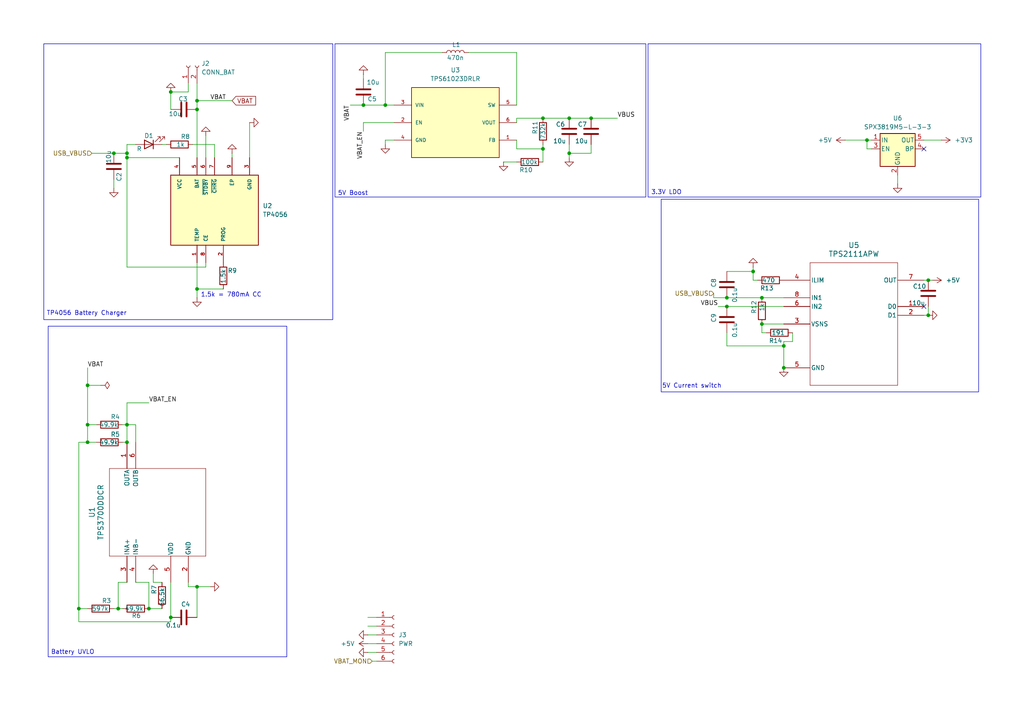
<source format=kicad_sch>
(kicad_sch (version 20231120) (generator "eeschema") (generator_version "8.0")
  (paper "A4")
  (title_block (title "Weltkatze") (date "2025-02-25") (rev "1"))
  (lib_symbols
    (symbol "Connector:Conn_01x02_Socket" (pin_names (offset 1.016) hide)
      (property "Reference" "J" (at 0 2.54 0))
      (property "Value" "Conn_01x02_Socket" (at 0 -5.08 0))
      (symbol "Conn_01x02_Socket_1_1"
        (arc (start 0 -2.032) (mid -0.5058 -2.54) (end 0 -3.048) (stroke (width 0.1524)))
        (polyline (pts (xy -1.27 -2.54) (xy -0.508 -2.54)) (stroke (width 0.1524)))
        (polyline (pts (xy -1.27 0) (xy -0.508 0)) (stroke (width 0.1524)))
        (arc (start 0 0.508) (mid -0.5058 0) (end 0 -0.508) (stroke (width 0.1524)))
        (pin passive line (at -5.08 0 0) (length 3.81) (name "Pin_1") (number "1"))
        (pin passive line (at -5.08 -2.54 0) (length 3.81) (name "Pin_2") (number "2"))
      )
    )
    (symbol "Connector:Conn_01x06_Socket" (pin_names (offset 1.016) hide)
      (property "Reference" "J" (at 0 7.62 0))
      (property "Value" "Conn_01x06_Socket" (at 0 -10.16 0))
      (symbol "Conn_01x06_Socket_1_1"
        (arc (start 0 -7.112) (mid -0.5058 -7.62) (end 0 -8.128) (stroke (width 0.1524)))
        (arc (start 0 -4.572) (mid -0.5058 -5.08) (end 0 -5.588) (stroke (width 0.1524)))
        (arc (start 0 -2.032) (mid -0.5058 -2.54) (end 0 -3.048) (stroke (width 0.1524)))
        (polyline (pts (xy -1.27 -7.62) (xy -0.508 -7.62)) (stroke (width 0.1524)))
        (polyline (pts (xy -1.27 -5.08) (xy -0.508 -5.08)) (stroke (width 0.1524)))
        (polyline (pts (xy -1.27 -2.54) (xy -0.508 -2.54)) (stroke (width 0.1524)))
        (polyline (pts (xy -1.27 0) (xy -0.508 0)) (stroke (width 0.1524)))
        (polyline (pts (xy -1.27 2.54) (xy -0.508 2.54)) (stroke (width 0.1524)))
        (polyline (pts (xy -1.27 5.08) (xy -0.508 5.08)) (stroke (width 0.1524)))
        (arc (start 0 0.508) (mid -0.5058 0) (end 0 -0.508) (stroke (width 0.1524)))
        (arc (start 0 3.048) (mid -0.5058 2.54) (end 0 2.032) (stroke (width 0.1524)))
        (arc (start 0 5.588) (mid -0.5058 5.08) (end 0 4.572) (stroke (width 0.1524)))
        (pin passive line (at -5.08 5.08 0) (length 3.81) (name "Pin_1") (number "1"))
        (pin passive line (at -5.08 2.54 0) (length 3.81) (name "Pin_2") (number "2"))
        (pin passive line (at -5.08 0 0) (length 3.81) (name "Pin_3") (number "3"))
        (pin passive line (at -5.08 -2.54 0) (length 3.81) (name "Pin_4") (number "4"))
        (pin passive line (at -5.08 -5.08 0) (length 3.81) (name "Pin_5") (number "5"))
        (pin passive line (at -5.08 -7.62 0) (length 3.81) (name "Pin_6") (number "6"))
      )
    )
    (symbol "Device:C" (pin_numbers hide) (pin_names (offset 0.254))
      (property "Reference" "C" (at 0.635 2.54 0))
      (property "Value" "C" (at 0.635 -2.54 0))
      (symbol "C_0_1"
        (polyline (pts (xy -2.032 -0.762) (xy 2.032 -0.762)) (stroke (width 0.508)))
        (polyline (pts (xy -2.032 0.762) (xy 2.032 0.762)) (stroke (width 0.508)))
      )
      (symbol "C_1_1"
        (pin passive line (at 0 3.81 270) (length 2.794) (name "~") (number "1"))
        (pin passive line (at 0 -3.81 90) (length 2.794) (name "~") (number "2"))
      )
    )
    (symbol "Device:L" (pin_numbers hide) (pin_names (offset 1.016) hide)
      (property "Reference" "L" (at -1.27 0 90))
      (property "Value" "L" (at 1.905 0 90))
      (symbol "L_0_1"
        (arc (start 0 -2.54) (mid 0.6323 -1.905) (end 0 -1.27))
        (arc (start 0 -1.27) (mid 0.6323 -0.635) (end 0 0))
        (arc (start 0 0) (mid 0.6323 0.635) (end 0 1.27))
        (arc (start 0 1.27) (mid 0.6323 1.905) (end 0 2.54))
      )
      (symbol "L_1_1"
        (pin passive line (at 0 3.81 270) (length 1.27) (name "1") (number "1"))
        (pin passive line (at 0 -3.81 90) (length 1.27) (name "2") (number "2"))
      )
    )
    (symbol "Device:LED" (pin_numbers hide) (pin_names (offset 1.016) hide)
      (property "Reference" "D" (at 0 2.54 0))
      (property "Value" "LED" (at 0 -2.54 0))
      (symbol "LED_0_1"
        (polyline (pts (xy -1.27 -1.27) (xy -1.27 1.27)) (stroke (width 0.254)))
        (polyline (pts (xy -1.27 0) (xy 1.27 0)))
        (polyline (pts (xy 1.27 -1.27) (xy 1.27 1.27) (xy -1.27 0) (xy 1.27 -1.27)) (stroke (width 0.254)))
        (polyline (pts (xy -3.048 -0.762) (xy -4.572 -2.286) (xy -3.81 -2.286) (xy -4.572 -2.286) (xy -4.572 -1.524)))
        (polyline (pts (xy -1.778 -0.762) (xy -3.302 -2.286) (xy -2.54 -2.286) (xy -3.302 -2.286) (xy -3.302 -1.524)))
      )
      (symbol "LED_1_1"
        (pin passive line (at -3.81 0 0) (length 2.54) (name "K") (number "1"))
        (pin passive line (at 3.81 0 180) (length 2.54) (name "A") (number "2"))
      )
    )
    (symbol "Device:R" (pin_numbers hide) (pin_names (offset 0))
      (property "Reference" "R" (at 2.032 0 90))
      (property "Value" "R" (at 0 0 90))
      (symbol "R_0_1"
        (rectangle (start -1.016 -2.54) (end 1.016 2.54) (stroke (width 0.254)))
      )
      (symbol "R_1_1"
        (pin passive line (at 0 3.81 270) (length 1.27) (name "~") (number "1"))
        (pin passive line (at 0 -3.81 90) (length 1.27) (name "~") (number "2"))
      )
    )
    (symbol "Regulator_Linear:SPX3819M5-L-3-3" (pin_names (offset 0.254))
      (property "Reference" "U" (at -3.81 5.715 0))
      (property "Value" "SPX3819M5-L-3-3" (at 0 5.715 0))
      (symbol "SPX3819M5-L-3-3_0_1"
        (rectangle (start -5.08 4.445) (end 5.08 -5.08) (stroke (width 0.254)) (fill (type background)))
      )
      (symbol "SPX3819M5-L-3-3_1_1"
        (pin power_in line (at -7.62 2.54 0) (length 2.54) (name "IN") (number "1"))
        (pin power_in line (at 0 -7.62 90) (length 2.54) (name "GND") (number "2"))
        (pin input line (at -7.62 0 0) (length 2.54) (name "EN") (number "3"))
        (pin input line (at 7.62 0 180) (length 2.54) (name "BP") (number "4"))
        (pin power_out line (at 7.62 2.54 180) (length 2.54) (name "OUT") (number "5"))
      )
    )
    (symbol "TP4056:TP4056" (pin_names (offset 1.016))
      (property "Reference" "U" (at -10.16 13.208 0))
      (property "Value" "TP4056" (at -10.16 -15.24 0))
      (symbol "TP4056_0_0"
        (rectangle (start -10.16 -12.7) (end 10.16 12.7) (stroke (width 0.254)) (fill (type background)))
        (pin input line (at -15.24 5.08 0) (length 5.08) (name "TEMP") (number "1"))
        (pin bidirectional line (at -15.24 -2.54 0) (length 5.08) (name "PROG") (number "2"))
        (pin power_in line (at 15.24 -10.16 180) (length 5.08) (name "GND") (number "3"))
        (pin power_in line (at 15.24 10.16 180) (length 5.08) (name "VCC") (number "4"))
        (pin output line (at 15.24 5.08 180) (length 5.08) (name "BAT") (number "5"))
        (pin output line (at 15.24 2.54 180) (length 5.08) (name "~{STDBY}") (number "6"))
        (pin output line (at 15.24 0 180) (length 5.08) (name "~{CHRG}") (number "7"))
        (pin input line (at -15.24 2.54 0) (length 5.08) (name "CE") (number "8"))
        (pin passive line (at 15.24 -5.08 180) (length 5.08) (name "EP") (number "9"))
      )
    )
    (symbol "TPS2111A:TPS2111APW" (pin_names (offset 0.254))
      (property "Reference" "U" (at 20.32 10.16 0))
      (property "Value" "TPS2111APW" (at 20.32 7.62 0))
      (symbol "TPS2111APW_0_1"
        (polyline (pts (xy 7.62 -30.48) (xy 33.02 -30.48)) (stroke (width 0.127)))
        (polyline (pts (xy 7.62 5.08) (xy 7.62 -30.48)) (stroke (width 0.127)))
        (polyline (pts (xy 33.02 -30.48) (xy 33.02 5.08)) (stroke (width 0.127)))
        (polyline (pts (xy 33.02 5.08) (xy 7.62 5.08)) (stroke (width 0.127)))
        (pin input line (at 40.64 -7.62 180) (length 7.62) (name "D0") (number "1"))
        (pin input line (at 40.64 -10.16 180) (length 7.62) (name "D1") (number "2"))
        (pin input line (at 0 -12.7 0) (length 7.62) (name "VSNS") (number "3"))
        (pin input line (at 0 0 0) (length 7.62) (name "ILIM") (number "4"))
        (pin input line (at 0 -25.4 0) (length 7.62) (name "GND") (number "5"))
        (pin input line (at 0 -7.62 0) (length 7.62) (name "IN2") (number "6"))
        (pin output line (at 40.64 0 180) (length 7.62) (name "OUT") (number "7"))
        (pin input line (at 0 -5.08 0) (length 7.62) (name "IN1") (number "8"))
      )
    )
    (symbol "TPS3700:TPS3700DDCR" (pin_names (offset 0.254))
      (property "Reference" "U" (at 20.32 10.16 0))
      (property "Value" "TPS3700DDCR" (at 20.32 7.62 0))
      (symbol "TPS3700DDCR_0_1"
        (polyline (pts (xy 7.62 -22.86) (xy 33.02 -22.86)) (stroke (width 0.127)))
        (polyline (pts (xy 7.62 5.08) (xy 7.62 -22.86)) (stroke (width 0.127)))
        (polyline (pts (xy 33.02 -22.86) (xy 33.02 5.08)) (stroke (width 0.127)))
        (polyline (pts (xy 33.02 5.08) (xy 7.62 5.08)) (stroke (width 0.127)))
        (pin output line (at 40.64 0 180) (length 7.62) (name "OUTA") (number "1"))
        (pin power_in line (at 0 -17.78 0) (length 7.62) (name "GND") (number "2"))
        (pin input line (at 0 0 0) (length 7.62) (name "INA+") (number "3"))
        (pin input line (at 0 -2.54 0) (length 7.62) (name "INB-") (number "4"))
        (pin power_in line (at 0 -12.7 0) (length 7.62) (name "VDD") (number "5"))
        (pin output line (at 40.64 -2.54 180) (length 7.62) (name "OUTB") (number "6"))
      )
    )
    (symbol "TPS61023DRLR:TPS61023DRLR" (pin_names (offset 1.016))
      (property "Reference" "U3" (at 0 15.24 0))
      (property "Value" "TPS61023DRLR" (at 0 12.7 0))
      (symbol "TPS61023DRLR_0_0"
        (rectangle (start -12.7 -10.16) (end 12.7 10.16) (stroke (width 0.2032)) (fill (type background)))
        (pin input line (at 17.78 -5.08 180) (length 5.08) (name "FB") (number "1"))
        (pin input line (at -17.78 0 0) (length 5.08) (name "EN") (number "2"))
        (pin power_in line (at -17.78 5.08 0) (length 5.08) (name "VIN") (number "3"))
        (pin power_in line (at -17.78 -5.08 0) (length 5.08) (name "GND") (number "4"))
        (pin power_in line (at 17.78 5.08 180) (length 5.08) (name "SW") (number "5"))
      )
      (symbol "TPS61023DRLR_1_0"
        (pin power_out line (at 17.78 0 180) (length 5.08) (name "VOUT") (number "6"))
      )
    )
    (symbol "power:+3V3" (power) (pin_numbers hide) (pin_names (offset 0) hide)
      (property "Value" "+3V3" (at 0 3.556 0))
      (symbol "+3V3_0_1"
        (polyline (pts (xy -0.762 1.27) (xy 0 2.54)))
        (polyline (pts (xy 0 0) (xy 0 2.54)))
        (polyline (pts (xy 0 2.54) (xy 0.762 1.27)))
      )
      (symbol "+3V3_1_1"
        (pin power_in line (at 0 0 90) (length 0) (name "~") (number "1"))
      )
    )
    (symbol "power:+5V" (power) (pin_numbers hide) (pin_names (offset 0) hide)
      (property "Value" "+5V" (at 0 3.556 0))
      (symbol "+5V_0_1"
        (polyline (pts (xy -0.762 1.27) (xy 0 2.54)))
        (polyline (pts (xy 0 0) (xy 0 2.54)))
        (polyline (pts (xy 0 2.54) (xy 0.762 1.27)))
      )
      (symbol "+5V_1_1"
        (pin power_in line (at 0 0 90) (length 0) (name "~") (number "1"))
      )
    )
    (symbol "power:GND" (power) (pin_numbers hide) (pin_names (offset 0) hide)
      (property "Value" "GND" (at 0 -3.81 0))
      (symbol "GND_0_1"
        (polyline (pts (xy 0 0) (xy 0 -1.27) (xy 1.27 -1.27) (xy 0 -2.54) (xy -1.27 -1.27) (xy 0 -1.27)))
      )
      (symbol "GND_1_1"
        (pin power_in line (at 0 0 270) (length 0) (name "~") (number "1"))
      )
    )
    (symbol "power:PWR_FLAG" (power) (pin_numbers hide) (pin_names (offset 0) hide)
      (property "Value" "PWR_FLAG" (at 0 3.81 0))
      (symbol "PWR_FLAG_0_0"
        (pin power_out line (at 0 0 90) (length 0) (name "~") (number "1"))
      )
      (symbol "PWR_FLAG_0_1"
        (polyline (pts (xy 0 0) (xy 0 1.27) (xy -1.016 1.905) (xy 0 2.54) (xy 1.016 1.905) (xy 0 1.27)))
      )
    )
  )
  (junction (at 165.1 44.45))
  (junction (at 269.24 81.28))
  (junction (at 43.18 176.53))
  (junction (at 57.15 31.75))
  (junction (at 25.4 128.27))
  (junction (at 218.44 78.74))
  (junction (at 171.45 34.29))
  (junction (at 57.15 29.21))
  (junction (at 22.86 176.53))
  (junction (at 36.83 44.45))
  (junction (at 36.83 45.72))
  (junction (at 57.15 170.18))
  (junction (at 157.48 34.29))
  (junction (at 105.41 30.48))
  (junction (at 269.24 91.44))
  (junction (at 220.98 93.98))
  (junction (at 57.15 83.82))
  (junction (at 25.4 123.19))
  (junction (at 111.76 30.48))
  (junction (at 33.02 44.45))
  (junction (at 227.33 106.68))
  (junction (at 210.82 88.9))
  (junction (at 36.83 123.19))
  (junction (at 210.82 86.36))
  (junction (at 25.4 111.76))
  (junction (at 220.98 86.36))
  (junction (at 227.33 100.33))
  (junction (at 49.53 179.07))
  (junction (at 49.53 26.67))
  (junction (at 34.29 176.53))
  (junction (at 36.83 128.27))
  (junction (at 251.46 40.64))
  (junction (at 165.1 34.29))
  (junction (at 157.48 43.18))
  (no_connect (at 267.97 43.18))
  (no_connect (at 267.97 88.9))
  (wire (pts (xy 106.68 189.23) (xy 109.22 189.23)))
  (wire (pts (xy 260.35 50.8) (xy 260.35 53.34)))
  (wire (pts (xy 25.4 111.76) (xy 25.4 123.19)))
  (wire (pts (xy 135.89 15.24) (xy 149.86 15.24)))
  (wire (pts (xy 39.37 41.91) (xy 36.83 41.91)))
  (wire (pts (xy 171.45 41.91) (xy 171.45 44.45)))
  (wire (pts (xy 227.33 99.06) (xy 227.33 100.33)))
  (wire (pts (xy 62.23 45.72) (xy 62.23 41.91)))
  (wire (pts (xy 105.41 21.59) (xy 105.41 22.86)))
  (wire (pts (xy 25.4 106.68) (xy 25.4 111.76)))
  (wire (pts (xy 269.24 88.9) (xy 269.24 91.44)))
  (wire (pts (xy 149.86 15.24) (xy 149.86 30.48)))
  (wire (pts (xy 57.15 179.07) (xy 57.15 170.18)))
  (wire (pts (xy 210.82 100.33) (xy 227.33 100.33)))
  (wire (pts (xy 36.83 77.47) (xy 59.69 77.47)))
  (wire (pts (xy 220.98 86.36) (xy 227.33 86.36)))
  (wire (pts (xy 67.31 44.45) (xy 67.31 45.72)))
  (wire (pts (xy 36.83 45.72) (xy 36.83 77.47)))
  (wire (pts (xy 22.86 176.53) (xy 22.86 180.34)))
  (wire (pts (xy 114.3 40.64) (xy 111.76 40.64)))
  (wire (pts (xy 251.46 43.18) (xy 252.73 43.18)))
  (wire (pts (xy 210.82 86.36) (xy 220.98 86.36)))
  (wire (pts (xy 105.41 35.56) (xy 114.3 35.56)))
  (wire (pts (xy 25.4 123.19) (xy 27.94 123.19)))
  (wire (pts (xy 207.01 86.36) (xy 210.82 86.36)))
  (wire (pts (xy 146.05 46.99) (xy 149.86 46.99)))
  (wire (pts (xy 43.18 168.91) (xy 43.18 176.53)))
  (wire (pts (xy 267.97 40.64) (xy 273.05 40.64)))
  (wire (pts (xy 36.83 45.72) (xy 52.07 45.72)))
  (wire (pts (xy 57.15 76.2) (xy 57.15 83.82)))
  (wire (pts (xy 57.15 170.18) (xy 60.96 170.18)))
  (wire (pts (xy 49.53 26.67) (xy 49.53 31.75)))
  (wire (pts (xy 149.86 35.56) (xy 149.86 34.29)))
  (wire (pts (xy 36.83 123.19) (xy 36.83 128.27)))
  (wire (pts (xy 62.23 41.91) (xy 55.88 41.91)))
  (wire (pts (xy 157.48 34.29) (xy 165.1 34.29)))
  (wire (pts (xy 34.29 168.91) (xy 36.83 168.91)))
  (wire (pts (xy 46.99 168.91) (xy 44.45 168.91)))
  (wire (pts (xy 269.24 81.28) (xy 270.51 81.28)))
  (wire (pts (xy 165.1 34.29) (xy 171.45 34.29)))
  (wire (pts (xy 111.76 40.64) (xy 111.76 41.91)))
  (wire (pts (xy 218.44 77.47) (xy 218.44 78.74)))
  (wire (pts (xy 39.37 123.19) (xy 39.37 128.27)))
  (wire (pts (xy 34.29 176.53) (xy 35.56 176.53)))
  (wire (pts (xy 22.86 180.34) (xy 49.53 180.34)))
  (wire (pts (xy 46.99 176.53) (xy 43.18 176.53)))
  (wire (pts (xy 22.86 128.27) (xy 25.4 128.27)))
  (wire (pts (xy 149.86 34.29) (xy 157.48 34.29)))
  (wire (pts (xy 36.83 41.91) (xy 36.83 44.45)))
  (wire (pts (xy 229.87 96.52) (xy 229.87 99.06)))
  (wire (pts (xy 54.61 24.13) (xy 54.61 26.67)))
  (wire (pts (xy 57.15 83.82) (xy 64.77 83.82)))
  (wire (pts (xy 106.68 184.15) (xy 109.22 184.15)))
  (wire (pts (xy 26.67 44.45) (xy 33.02 44.45)))
  (wire (pts (xy 25.4 111.76) (xy 29.21 111.76)))
  (wire (pts (xy 35.56 128.27) (xy 36.83 128.27)))
  (wire (pts (xy 111.76 15.24) (xy 111.76 30.48)))
  (wire (pts (xy 43.18 168.91) (xy 39.37 168.91)))
  (wire (pts (xy 105.41 30.48) (xy 111.76 30.48)))
  (wire (pts (xy 33.02 52.07) (xy 33.02 54.61)))
  (wire (pts (xy 57.15 29.21) (xy 67.31 29.21)))
  (wire (pts (xy 34.29 168.91) (xy 34.29 176.53)))
  (wire (pts (xy 44.45 168.91) (xy 44.45 166.37)))
  (wire (pts (xy 57.15 31.75) (xy 57.15 45.72)))
  (wire (pts (xy 245.11 40.64) (xy 251.46 40.64)))
  (wire (pts (xy 33.02 44.45) (xy 36.83 44.45)))
  (wire (pts (xy 57.15 29.21) (xy 57.15 31.75)))
  (wire (pts (xy 36.83 45.72) (xy 36.83 44.45)))
  (wire (pts (xy 227.33 93.98) (xy 220.98 93.98)))
  (wire (pts (xy 106.68 186.69) (xy 109.22 186.69)))
  (wire (pts (xy 25.4 123.19) (xy 25.4 128.27)))
  (wire (pts (xy 220.98 96.52) (xy 222.25 96.52)))
  (wire (pts (xy 210.82 88.9) (xy 227.33 88.9)))
  (wire (pts (xy 54.61 170.18) (xy 54.61 168.91)))
  (wire (pts (xy 267.97 81.28) (xy 269.24 81.28)))
  (wire (pts (xy 210.82 96.52) (xy 210.82 100.33)))
  (wire (pts (xy 106.68 179.07) (xy 109.22 179.07)))
  (wire (pts (xy 72.39 35.56) (xy 72.39 45.72)))
  (wire (pts (xy 105.41 35.56) (xy 105.41 38.1)))
  (wire (pts (xy 207.01 85.09) (xy 207.01 86.36)))
  (wire (pts (xy 33.02 176.53) (xy 34.29 176.53)))
  (wire (pts (xy 46.99 41.91) (xy 48.26 41.91)))
  (wire (pts (xy 229.87 99.06) (xy 227.33 99.06)))
  (wire (pts (xy 171.45 34.29) (xy 179.07 34.29)))
  (wire (pts (xy 36.83 116.84) (xy 36.83 123.19)))
  (wire (pts (xy 111.76 15.24) (xy 128.27 15.24)))
  (wire (pts (xy 25.4 128.27) (xy 27.94 128.27)))
  (wire (pts (xy 165.1 41.91) (xy 165.1 44.45)))
  (wire (pts (xy 22.86 128.27) (xy 22.86 176.53)))
  (wire (pts (xy 22.86 176.53) (xy 25.4 176.53)))
  (wire (pts (xy 171.45 44.45) (xy 165.1 44.45)))
  (wire (pts (xy 107.95 191.77) (xy 109.22 191.77)))
  (wire (pts (xy 49.53 26.67) (xy 54.61 26.67)))
  (wire (pts (xy 251.46 40.64) (xy 252.73 40.64)))
  (wire (pts (xy 106.68 181.61) (xy 109.22 181.61)))
  (wire (pts (xy 36.83 123.19) (xy 39.37 123.19)))
  (wire (pts (xy 57.15 83.82) (xy 57.15 86.36)))
  (wire (pts (xy 218.44 81.28) (xy 219.71 81.28)))
  (wire (pts (xy 218.44 78.74) (xy 218.44 81.28)))
  (wire (pts (xy 57.15 24.13) (xy 57.15 29.21)))
  (wire (pts (xy 35.56 123.19) (xy 36.83 123.19)))
  (wire (pts (xy 59.69 77.47) (xy 59.69 76.2)))
  (wire (pts (xy 49.53 179.07) (xy 49.53 168.91)))
  (wire (pts (xy 36.83 116.84) (xy 43.18 116.84)))
  (wire (pts (xy 267.97 91.44) (xy 269.24 91.44)))
  (wire (pts (xy 251.46 40.64) (xy 251.46 43.18)))
  (wire (pts (xy 157.48 41.91) (xy 157.48 43.18)))
  (wire (pts (xy 59.69 39.37) (xy 59.69 45.72)))
  (wire (pts (xy 165.1 44.45) (xy 165.1 45.72)))
  (wire (pts (xy 208.28 88.9) (xy 210.82 88.9)))
  (wire (pts (xy 54.61 170.18) (xy 57.15 170.18)))
  (wire (pts (xy 101.6 30.48) (xy 105.41 30.48)))
  (wire (pts (xy 111.76 30.48) (xy 114.3 30.48)))
  (wire (pts (xy 49.53 180.34) (xy 49.53 179.07)))
  (wire (pts (xy 149.86 43.18) (xy 157.48 43.18)))
  (wire (pts (xy 220.98 93.98) (xy 220.98 96.52)))
  (wire (pts (xy 149.86 40.64) (xy 149.86 43.18)))
  (wire (pts (xy 210.82 78.74) (xy 218.44 78.74)))
  (wire (pts (xy 157.48 43.18) (xy 157.48 46.99)))
  (wire (pts (xy 227.33 100.33) (xy 227.33 106.68)))
  (rectangle (start 187.96 12.7) (end 284.48 57.15))
  (rectangle (start 97.155 12.7) (end 187.325 57.15))
  (rectangle (start 191.77 57.785) (end 283.845 113.665))
  (rectangle (start 12.7 12.7) (end 96.52 92.71))
  (rectangle (start 13.97 94.615) (end 83.185 190.5))
  (text "5V Boost\n" (at 102.362 56.134 0) (effects (font (size 1.27 1.27))))
  (text "TP4056 Battery Charger" (at 25.146 90.932 0) (effects (font (size 1.27 1.27))))
  (text "Battery UVLO\n" (at 21.082 189.23 0) (effects (font (size 1.27 1.27))))
  (text "3.3V LDO\n" (at 193.294 55.88 0) (effects (font (size 1.27 1.27))))
  (text "1.5k = 780mA CC\n" (at 67.056 85.598 0) (effects (font (size 1.27 1.27))))
  (text "5V Current switch\n" (at 200.66 112.014 0) (effects (font (size 1.27 1.27))))
  (label "VBAT" (at 60.96 29.21 0))
  (label "VBUS" (at 208.28 88.9 180))
  (label "VBAT" (at 101.6 30.48 270))
  (label "VBAT_EN" (at 105.41 38.1 270))
  (label "VBAT_EN" (at 43.18 116.84 0))
  (label "VBUS" (at 179.07 34.29 0))
  (label "VBAT" (at 25.4 106.68 0))
  (global_label "VBAT" (shape input) (at 67.31 29.21 0) (property "Intersheetrefs" "${INTERSHEET_REFS}" (effects (hide yes))))
  (hierarchical_label "VBAT_MON" (shape input) (at 107.95 191.77 180))
  (hierarchical_label "USB_VBUS" (shape input) (at 207.01 85.09 180))
  (hierarchical_label "USB_VBUS" (shape input) (at 26.67 44.45 180))
  (symbol (lib_id "Device:C") (at 53.34 179.07 90) (unit 1)
    (property "Reference" "C4" (at 53.848 175.26 90))
    (property "Value" "0.1u" (at 50.292 181.356 90))
    (property "Footprint" "Capacitor_SMD:C_0402_1005Metric" (effects (hide yes)))
    (property "Description" "Unpolarized capacitor" (effects (hide yes)))
  )
  (symbol (lib_id "Device:C") (at 210.82 92.71 180) (unit 1)
    (property "Reference" "C9" (at 207.01 92.202 90))
    (property "Value" "0.1u" (at 213.106 95.758 90))
    (property "Footprint" "Capacitor_SMD:C_0402_1005Metric" (effects (hide yes)))
    (property "Description" "Unpolarized capacitor" (effects (hide yes)))
  )
  (symbol (lib_id "Device:C") (at 171.45 38.1 0) (unit 1)
    (property "Reference" "C7" (at 168.91 36.068 0))
    (property "Value" "10u" (at 168.656 40.894 0))
    (property "Footprint" "Capacitor_SMD:C_0603_1608Metric" (effects (hide yes)))
    (property "Description" "Unpolarized capacitor" (effects (hide yes)))
  )
  (symbol (lib_id "TPS61023DRLR:TPS61023DRLR") (at 132.08 35.56 0) (unit 1)
    (property "Reference" "U3" (at 132.08 20.32 0))
    (property "Value" "TPS61023DRLR" (at 132.08 22.86 0))
    (property "Footprint" "lib:DRL0006A" (effects (hide yes)))
    (property "MF" "Texas Instruments" (effects (hide yes)))
    (property "Description_1" "\n                        \n                            3.7-A boost converter with 0.5-V ultra-low input voltage\n                        \n" (effects (hide yes)))
    (property "COPYRIGHT" "Copyright (C) 2022 Ultra Librarian. All rights reserved." (effects (hide yes)))
    (property "Package" "SOT-5X3-6 Texas Instruments" (effects (hide yes)))
    (property "Price" "None" (effects (hide yes)))
    (property "Check_prices" "https://www.snapeda.com/parts/TPS61023DRLR/Texas+Instruments/view-part/?ref=eda" (effects (hide yes)))
    (property "Availability" "In Stock" (effects (hide yes)))
    (property "SnapEDA_Link" "https://www.snapeda.com/parts/TPS61023DRLR/Texas+Instruments/view-part/?ref=snap" (effects (hide yes)))
    (property "MP" "TPS61023DRLR" (effects (hide yes)))
    (property "MANUFACTURER_PART_NUMBER" "TPS61023DRLR" (effects (hide yes)))
    (property "TYPE" "TYPE" (effects (hide yes)))
    (property "MFR_NAME" "Texas Instruments" (effects (hide yes)))
    (property "REFDES" "RefDes" (effects (hide yes)))
  )
  (symbol (lib_id "power:GND") (at 60.96 170.18 90) (unit 1)
    (property "Reference" "#PWR9" (effects (hide yes)))
    (property "Value" "GND" (effects (hide yes)))
    (property "Description" "Power symbol creates a global label with name \"GND\" , ground" (effects (hide yes)))
  )
  (symbol (lib_id "power:PWR_FLAG") (at 29.21 111.76 270) (mirror x) (unit 1)
    (property "Reference" "#FLG1" (effects (hide yes)))
    (property "Value" "PWR_FLAG" (effects (hide yes)))
    (property "Description" "Special symbol for telling ERC where power comes from" (effects (hide yes)))
  )
  (symbol (lib_id "power:GND") (at 49.53 26.67 180) (unit 1)
    (property "Reference" "#PWR6" (effects (hide yes)))
    (property "Value" "GND" (effects (hide yes)))
    (property "Description" "Power symbol creates a global label with name \"GND\" , ground" (effects (hide yes)))
  )
  (symbol (lib_id "power:GND") (at 44.45 166.37 180) (unit 1)
    (property "Reference" "#PWR5" (effects (hide yes)))
    (property "Value" "GND" (effects (hide yes)))
    (property "Description" "Power symbol creates a global label with name \"GND\" , ground" (effects (hide yes)))
  )
  (symbol (lib_id "Device:R") (at 46.99 172.72 180) (unit 1)
    (property "Reference" "R7" (at 44.704 169.672 90) (effects (justify left)))
    (property "Value" "66.5k" (at 46.99 170.434 90) (effects (justify left)))
    (property "Footprint" "Resistor_SMD:R_0603_1608Metric" (effects (hide yes)))
    (property "Description" "Resistor" (effects (hide yes)))
  )
  (symbol (lib_id "power:+5V") (at 245.11 40.64 90) (unit 1)
    (property "Reference" "#PWR23" (effects (hide yes)))
    (property "Value" "+5V" (at 241.3 40.6399 90) (effects (justify left)))
    (property "Description" "Power symbol creates a global label with name \"+5V\"" (effects (hide yes)))
  )
  (symbol (lib_id "Device:R") (at 153.67 46.99 270) (unit 1)
    (property "Reference" "R10" (at 150.622 49.276 90) (effects (justify left)))
    (property "Value" "100k" (at 151.13 46.99 90) (effects (justify left)))
    (property "Footprint" "Resistor_SMD:R_0603_1608Metric" (effects (hide yes)))
    (property "Description" "Resistor" (effects (hide yes)))
  )
  (symbol (lib_id "TPS3700:TPS3700DDCR") (at 36.83 168.91 90) (unit 1)
    (property "Reference" "U1" (at 26.67 148.59 0) (effects (font (size 1.524 1.524))))
    (property "Value" "TPS3700DDCR" (at 29.21 148.59 0) (effects (font (size 1.524 1.524))))
    (property "Footprint" "lib:DDC6_TEX-M" (effects (hide yes)))
    (property "Datasheet" "TPS3700DDCR" (effects (hide yes)))
  )
  (symbol (lib_id "Device:C") (at 105.41 26.67 180) (unit 1)
    (property "Reference" "C5" (at 107.95 28.702 0))
    (property "Value" "10u" (at 108.204 23.876 0))
    (property "Footprint" "Capacitor_SMD:C_0603_1608Metric" (effects (hide yes)))
    (property "Description" "Unpolarized capacitor" (effects (hide yes)))
  )
  (symbol (lib_id "Regulator_Linear:SPX3819M5-L-3-3") (at 260.35 43.18 0) (unit 1)
    (property "Reference" "U6" (at 260.35 34.29 0))
    (property "Value" "SPX3819M5-L-3-3" (at 260.35 36.83 0))
    (property "Footprint" "Package_TO_SOT_SMD:SOT-23-5" (effects (hide yes)))
    (property "Datasheet" "https://www.exar.com/content/document.ashx?id=22106&languageid=1033&type=Datasheet&partnumber=SPX3819&filename=SPX3819.pdf&part=SPX3819" (effects (hide yes)))
    (property "Description" "500mA Low drop-out regulator, Fixed Output 3.3V, SOT-23-5" (effects (hide yes)))
  )
  (symbol (lib_id "power:+5V") (at 106.68 186.69 90) (unit 1)
    (property "Reference" "#PWR12" (effects (hide yes)))
    (property "Value" "+5V" (at 102.87 186.6899 90) (effects (justify left)))
    (property "Description" "Power symbol creates a global label with name \"+5V\"" (effects (hide yes)))
  )
  (symbol (lib_id "power:GND") (at 105.41 21.59 180) (unit 1)
    (property "Reference" "#PWR11" (effects (hide yes)))
    (property "Value" "GND" (effects (hide yes)))
    (property "Description" "Power symbol creates a global label with name \"GND\" , ground" (effects (hide yes)))
  )
  (symbol (lib_id "power:GND") (at 67.31 44.45 180) (unit 1)
    (property "Reference" "#PWR14" (effects (hide yes)))
    (property "Value" "GND" (effects (hide yes)))
    (property "Description" "Power symbol creates a global label with name \"GND\" , ground" (effects (hide yes)))
  )
  (symbol (lib_id "power:GND") (at 33.02 54.61 0) (unit 1)
    (property "Reference" "#PWR4" (effects (hide yes)))
    (property "Value" "GND" (effects (hide yes)))
    (property "Description" "Power symbol creates a global label with name \"GND\" , ground" (effects (hide yes)))
  )
  (symbol (lib_id "power:GND") (at 165.1 45.72 0) (unit 1)
    (property "Reference" "#PWR18" (effects (hide yes)))
    (property "Value" "GND" (effects (hide yes)))
    (property "Description" "Power symbol creates a global label with name \"GND\" , ground" (effects (hide yes)))
  )
  (symbol (lib_id "Device:R") (at 220.98 90.17 180) (unit 1)
    (property "Reference" "R12" (at 218.694 87.122 90) (effects (justify left)))
    (property "Value" "1k" (at 220.98 87.884 90) (effects (justify left)))
    (property "Footprint" "Resistor_SMD:R_0603_1608Metric" (effects (hide yes)))
    (property "Description" "Resistor" (effects (hide yes)))
  )
  (symbol (lib_id "power:+5V") (at 270.51 81.28 270) (unit 1)
    (property "Reference" "#PWR26" (effects (hide yes)))
    (property "Value" "+5V" (at 274.32 81.2799 90) (effects (justify left)))
    (property "Description" "Power symbol creates a global label with name \"+5V\"" (effects (hide yes)))
  )
  (symbol (lib_id "Device:R") (at 31.75 123.19 90) (unit 1)
    (property "Reference" "R4" (at 34.798 120.904 90) (effects (justify left)))
    (property "Value" "49.9k" (at 34.29 123.19 90) (effects (justify left)))
    (property "Footprint" "Resistor_SMD:R_0603_1608Metric" (effects (hide yes)))
    (property "Description" "Resistor" (effects (hide yes)))
  )
  (symbol (lib_id "power:GND") (at 146.05 46.99 0) (unit 1)
    (property "Reference" "#PWR17" (effects (hide yes)))
    (property "Value" "GND" (effects (hide yes)))
    (property "Description" "Power symbol creates a global label with name \"GND\" , ground" (effects (hide yes)))
  )
  (symbol (lib_id "Device:C") (at 53.34 31.75 270) (unit 1)
    (property "Reference" "C3" (at 53.086 28.702 90))
    (property "Value" "10u" (at 50.8 33.02 90))
    (property "Footprint" "Capacitor_SMD:C_0603_1608Metric" (effects (hide yes)))
    (property "Description" "Unpolarized capacitor" (effects (hide yes)))
  )
  (symbol (lib_id "Device:LED") (at 43.18 41.91 180) (unit 1)
    (property "Reference" "D1" (at 43.18 39.37 0))
    (property "Value" "R" (at 40.386 43.18 0))
    (property "Footprint" "LED_SMD:LED_0603_1608Metric" (effects (hide yes)))
    (property "Description" "Light emitting diode" (effects (hide yes)))
  )
  (symbol (lib_id "Device:C") (at 33.02 48.26 0) (unit 1)
    (property "Reference" "C2" (at 34.544 51.308 90))
    (property "Value" "10u" (at 31.496 45.466 90))
    (property "Footprint" "Capacitor_SMD:C_0603_1608Metric" (effects (hide yes)))
    (property "Description" "Unpolarized capacitor" (effects (hide yes)))
  )
  (symbol (lib_id "Device:R") (at 157.48 38.1 180) (unit 1)
    (property "Reference" "R11" (at 155.194 35.052 90) (effects (justify left)))
    (property "Value" "732k" (at 157.48 35.56 90) (effects (justify left)))
    (property "Footprint" "Resistor_SMD:R_0603_1608Metric" (effects (hide yes)))
    (property "Description" "Resistor" (effects (hide yes)))
  )
  (symbol (lib_id "Device:R") (at 29.21 176.53 90) (unit 1)
    (property "Reference" "R3" (at 32.258 174.244 90) (effects (justify left)))
    (property "Value" "597k" (at 31.496 176.53 90) (effects (justify left)))
    (property "Footprint" "Resistor_SMD:R_0603_1608Metric" (effects (hide yes)))
    (property "Description" "Resistor" (effects (hide yes)))
  )
  (symbol (lib_id "power:GND") (at 57.15 86.36 0) (unit 1)
    (property "Reference" "#PWR7" (effects (hide yes)))
    (property "Value" "GND" (effects (hide yes)))
    (property "Description" "Power symbol creates a global label with name \"GND\" , ground" (effects (hide yes)))
  )
  (symbol (lib_id "Device:R") (at 31.75 128.27 90) (unit 1)
    (property "Reference" "R5" (at 34.798 125.984 90) (effects (justify left)))
    (property "Value" "49.9k" (at 34.29 128.27 90) (effects (justify left)))
    (property "Footprint" "Resistor_SMD:R_0603_1608Metric" (effects (hide yes)))
    (property "Description" "Resistor" (effects (hide yes)))
  )
  (symbol (lib_id "Device:L") (at 132.08 15.24 90) (unit 1)
    (property "Reference" "L1" (at 132.334 12.954 90))
    (property "Value" "470n" (at 132.08 16.764 90))
    (property "Footprint" "Inductor_SMD:L_0805_2012Metric" (effects (hide yes)))
    (property "Description" "Inductor" (effects (hide yes)))
  )
  (symbol (lib_id "power:GND") (at 106.68 184.15 270) (unit 1)
    (property "Reference" "#PWR15" (effects (hide yes)))
    (property "Value" "GND" (effects (hide yes)))
    (property "Description" "Power symbol creates a global label with name \"GND\" , ground" (effects (hide yes)))
  )
  (symbol (lib_id "power:GND") (at 106.68 189.23 270) (unit 1)
    (property "Reference" "#PWR13" (effects (hide yes)))
    (property "Value" "GND" (effects (hide yes)))
    (property "Description" "Power symbol creates a global label with name \"GND\" , ground" (effects (hide yes)))
  )
  (symbol (lib_id "TP4056:TP4056") (at 62.23 60.96 90) (unit 1)
    (property "Reference" "U2" (at 76.2 59.6899 90) (effects (justify right)))
    (property "Value" "TP4056" (at 76.2 62.2299 90) (effects (justify right)))
    (property "Footprint" "lib:SOP127P600X175-9N" (effects (hide yes)))
    (property "MF" "NanJing Top Power ASIC Corp." (effects (hide yes)))
    (property "MAXIMUM_PACKAGE_HEIGHT" "1.75mm" (effects (hide yes)))
    (property "Package" "Package" (effects (hide yes)))
    (property "Price" "None" (effects (hide yes)))
    (property "Check_prices" "https://www.snapeda.com/parts/TP4056/NanJing+Top+Power+ASIC+Corp./view-part/?ref=eda" (effects (hide yes)))
    (property "STANDARD" "IPC 7351B" (effects (hide yes)))
    (property "SnapEDA_Link" "https://www.snapeda.com/parts/TP4056/NanJing+Top+Power+ASIC+Corp./view-part/?ref=snap" (effects (hide yes)))
    (property "MP" "TP4056" (effects (hide yes)))
    (property "Description_1" "\n                        \n                            Complete single cell Li-Ion battery with a constant current / constant voltage linear charger\n                        \n" (effects (hide yes)))
    (property "Availability" "Not in stock" (effects (hide yes)))
    (property "MANUFACTURER" "NanJing Top Power ASIC Corp." (effects (hide yes)))
  )
  (symbol (lib_id "power:GND") (at 72.39 35.56 90) (unit 1)
    (property "Reference" "#PWR10" (effects (hide yes)))
    (property "Value" "GND" (effects (hide yes)))
    (property "Description" "Power symbol creates a global label with name \"GND\" , ground" (effects (hide yes)))
  )
  (symbol (lib_id "power:GND") (at 111.76 41.91 0) (unit 1)
    (property "Reference" "#PWR16" (effects (hide yes)))
    (property "Value" "GND" (effects (hide yes)))
    (property "Description" "Power symbol creates a global label with name \"GND\" , ground" (effects (hide yes)))
  )
  (symbol (lib_id "power:+3V3") (at 273.05 40.64 270) (unit 1)
    (property "Reference" "#PWR27" (effects (hide yes)))
    (property "Value" "+3V3" (at 276.86 40.6399 90) (effects (justify left)))
    (property "Description" "Power symbol creates a global label with name \"+3V3\"" (effects (hide yes)))
  )
  (symbol (lib_id "power:GND") (at 260.35 53.34 0) (unit 1)
    (property "Reference" "#PWR24" (effects (hide yes)))
    (property "Value" "GND" (effects (hide yes)))
    (property "Description" "Power symbol creates a global label with name \"GND\" , ground" (effects (hide yes)))
  )
  (symbol (lib_id "Device:R") (at 223.52 81.28 270) (unit 1)
    (property "Reference" "R13" (at 220.472 83.566 90) (effects (justify left)))
    (property "Value" "470" (at 220.98 81.28 90) (effects (justify left)))
    (property "Footprint" "Resistor_SMD:R_0603_1608Metric" (effects (hide yes)))
    (property "Description" "Resistor" (effects (hide yes)))
  )
  (symbol (lib_id "Device:R") (at 52.07 41.91 90) (unit 1)
    (property "Reference" "R8" (at 55.118 39.624 90) (effects (justify left)))
    (property "Value" "1k" (at 53.594 41.91 90) (effects (justify left)))
    (property "Footprint" "Resistor_SMD:R_0603_1608Metric" (effects (hide yes)))
    (property "Description" "Resistor" (effects (hide yes)))
  )
  (symbol (lib_id "power:GND") (at 59.69 39.37 180) (unit 1)
    (property "Reference" "#PWR8" (effects (hide yes)))
    (property "Value" "GND" (effects (hide yes)))
    (property "Description" "Power symbol creates a global label with name \"GND\" , ground" (effects (hide yes)))
  )
  (symbol (lib_id "Device:R") (at 39.37 176.53 90) (unit 1)
    (property "Reference" "R6" (at 40.894 178.562 90) (effects (justify left)))
    (property "Value" "49.9k" (at 41.656 176.53 90) (effects (justify left)))
    (property "Footprint" "Resistor_SMD:R_0603_1608Metric" (effects (hide yes)))
    (property "Description" "Resistor" (effects (hide yes)))
  )
  (symbol (lib_id "Device:C") (at 210.82 82.55 180) (unit 1)
    (property "Reference" "C8" (at 207.01 82.042 90))
    (property "Value" "0.1u" (at 213.106 85.598 90))
    (property "Footprint" "Capacitor_SMD:C_0402_1005Metric" (effects (hide yes)))
    (property "Description" "Unpolarized capacitor" (effects (hide yes)))
  )
  (symbol (lib_id "power:GND") (at 269.24 91.44 90) (unit 1)
    (property "Reference" "#PWR25" (effects (hide yes)))
    (property "Value" "GND" (effects (hide yes)))
    (property "Description" "Power symbol creates a global label with name \"GND\" , ground" (effects (hide yes)))
  )
  (symbol (lib_id "Device:R") (at 64.77 80.01 0) (unit 1)
    (property "Reference" "R9" (at 66.04 78.486 0) (effects (justify left)))
    (property "Value" "1.5k" (at 64.77 82.296 90) (effects (justify left)))
    (property "Footprint" "Resistor_SMD:R_0603_1608Metric" (effects (hide yes)))
    (property "Description" "Resistor" (effects (hide yes)))
  )
  (symbol (lib_id "Device:C") (at 165.1 38.1 0) (unit 1)
    (property "Reference" "C6" (at 162.56 36.068 0))
    (property "Value" "10u" (at 162.306 40.894 0))
    (property "Footprint" "Capacitor_SMD:C_0603_1608Metric" (effects (hide yes)))
    (property "Description" "Unpolarized capacitor" (effects (hide yes)))
  )
  (symbol (lib_id "Connector:Conn_01x02_Socket") (at 54.61 19.05 90) (unit 1)
    (property "Reference" "J2" (at 58.42 18.4149 90) (effects (justify right)))
    (property "Value" "CONN_BAT" (at 58.42 20.9549 90) (effects (justify right)))
    (property "Footprint" "Connector_JST:JST_XH_B2B-XH-A_1x02_P2.50mm_Vertical" (effects (hide yes)))
    (property "Description" "Generic connector, single row, 01x02, script generated" (effects (hide yes)))
  )
  (symbol (lib_id "Device:C") (at 269.24 85.09 0) (unit 1)
    (property "Reference" "C10" (at 266.7 83.058 0))
    (property "Value" "10u" (at 266.446 87.884 0))
    (property "Footprint" "Capacitor_SMD:C_0603_1608Metric" (effects (hide yes)))
    (property "Description" "Unpolarized capacitor" (effects (hide yes)))
  )
  (symbol (lib_id "Connector:Conn_01x06_Socket") (at 114.3 184.15 0) (unit 1)
    (property "Reference" "J3" (at 115.57 184.1499 0) (effects (justify left)))
    (property "Value" "PWR" (at 115.57 186.6899 0) (effects (justify left)))
    (property "Footprint" "Connector_JST:JST_ZH_B6B-ZR_1x06_P1.50mm_Vertical" (effects (hide yes)))
    (property "Description" "Generic connector, single row, 01x06, script generated" (effects (hide yes)))
  )
  (symbol (lib_id "Device:R") (at 226.06 96.52 270) (unit 1)
    (property "Reference" "R14" (at 223.012 98.806 90) (effects (justify left)))
    (property "Value" "191" (at 223.774 96.52 90) (effects (justify left)))
    (property "Footprint" "Resistor_SMD:R_0603_1608Metric" (effects (hide yes)))
    (property "Description" "Resistor" (effects (hide yes)))
  )
  (symbol (lib_id "power:GND") (at 227.33 106.68 0) (unit 1)
    (property "Reference" "#PWR21" (effects (hide yes)))
    (property "Value" "GND" (effects (hide yes)))
    (property "Description" "Power symbol creates a global label with name \"GND\" , ground" (effects (hide yes)))
  )
  (symbol (lib_id "TPS2111A:TPS2111APW") (at 227.33 81.28 0) (unit 1)
    (property "Reference" "U5" (at 247.65 71.12 0) (effects (font (size 1.524 1.524))))
    (property "Value" "TPS2111APW" (at 247.65 73.66 0) (effects (font (size 1.524 1.524))))
    (property "Footprint" "lib:PW8" (effects (hide yes)))
    (property "Datasheet" "TPS2111APW" (effects (hide yes)))
  )
  (symbol (lib_id "power:GND") (at 218.44 77.47 180) (unit 1)
    (property "Reference" "#PWR20" (effects (hide yes)))
    (property "Value" "GND" (effects (hide yes)))
    (property "Description" "Power symbol creates a global label with name \"GND\" , ground" (effects (hide yes)))
  )
)
</source>
